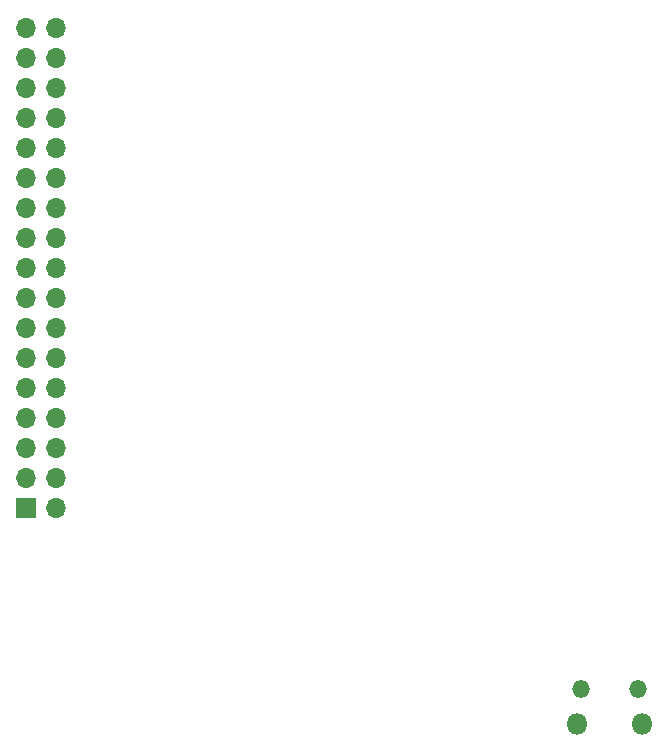
<source format=gbs>
G04 #@! TF.GenerationSoftware,KiCad,Pcbnew,8.0.9*
G04 #@! TF.CreationDate,2025-05-10T12:34:34+01:00*
G04 #@! TF.ProjectId,megaflash,6d656761-666c-4617-9368-2e6b69636164,rev?*
G04 #@! TF.SameCoordinates,Original*
G04 #@! TF.FileFunction,Soldermask,Bot*
G04 #@! TF.FilePolarity,Negative*
%FSLAX46Y46*%
G04 Gerber Fmt 4.6, Leading zero omitted, Abs format (unit mm)*
G04 Created by KiCad (PCBNEW 8.0.9) date 2025-05-10 12:34:34*
%MOMM*%
%LPD*%
G01*
G04 APERTURE LIST*
%ADD10O,1.800000X1.800000*%
%ADD11O,1.500000X1.500000*%
%ADD12R,1.700000X1.700000*%
%ADD13O,1.700000X1.700000*%
G04 APERTURE END LIST*
D10*
X123725000Y-112000000D03*
D11*
X123425000Y-108970000D03*
X118575000Y-108970000D03*
D10*
X118275000Y-112000000D03*
D12*
X71600000Y-93660000D03*
D13*
X74140000Y-93660000D03*
X71600000Y-91120000D03*
X74140000Y-91120000D03*
X71600000Y-88580000D03*
X74140000Y-88580000D03*
X71600000Y-86040000D03*
X74140000Y-86040000D03*
X71600000Y-83500000D03*
X74140000Y-83500000D03*
X71600000Y-80960000D03*
X74140000Y-80960000D03*
X71600000Y-78420000D03*
X74140000Y-78420000D03*
X71600000Y-75880000D03*
X74140000Y-75880000D03*
X71600000Y-73340000D03*
X74140000Y-73340000D03*
X71600000Y-70800000D03*
X74140000Y-70800000D03*
X71600000Y-68260000D03*
X74140000Y-68260000D03*
X71600000Y-65720000D03*
X74140000Y-65720000D03*
X71600000Y-63180000D03*
X74140000Y-63180000D03*
X71600000Y-60640000D03*
X74140000Y-60640000D03*
X71600000Y-58100000D03*
X74140000Y-58100000D03*
X71600000Y-55560000D03*
X74140000Y-55560000D03*
X71600000Y-53020000D03*
X74140000Y-53020000D03*
M02*

</source>
